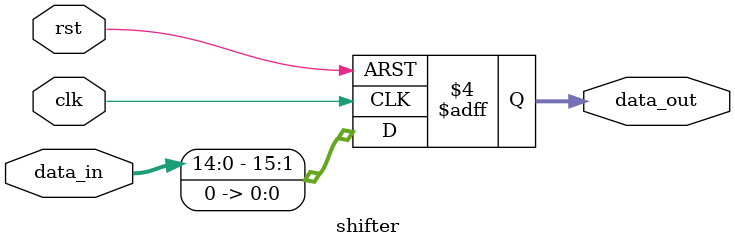
<source format=v>
module shifter(input clk, rst,input [15:0] data_in, output reg [15:0] data_out);
always@(posedge clk,negedge rst)
begin
	if(!rst)
		data_out <= 0;
	else
		data_out <= data_in << 1;
end
endmodule

</source>
